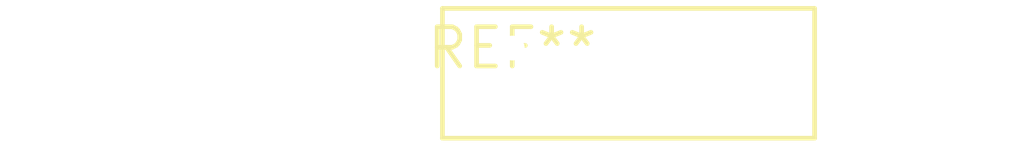
<source format=kicad_pcb>
(kicad_pcb (version 20240108) (generator pcbnew)
  (layers (0 "F.Cu" signal) (31 "B.Cu" signal) (34 "B.Paste" user) (35 "F.Paste" user) (36 "B.SilkS" user "B.Silkscreen") (37 "F.SilkS" user "F.Silkscreen") (38 "B.Mask" user) (39 "F.Mask" user) (44 "Edge.Cuts" user))
  (net 0 "")
  (footprint "RV_Disc_D12mm_W4.2mm_P7.5mm" (layer "F.Cu") (at 0 0)
    (property "Reference" "REF**")
    (property "Value" "RV_Disc_D12mm_W4.2mm_P7.5mm")
    (fp_line (start -2.25 -1.28333) (end -2.25 2.91667) (layer "F.SilkS") (stroke (width 0.15)))
    (fp_line (start -2.25 -1.28333) (end 9.75 -1.28333) (layer "F.SilkS") (stroke (width 0.15)))
    (fp_line (start -2.25 2.91667) (end 9.75 2.91667) (layer "F.SilkS") (stroke (width 0.15)))
    (fp_line (start 9.75 -1.28333) (end 9.75 2.91667) (layer "F.SilkS") (stroke (width 0.15)))
    (pad "1" thru_hole circle (at 0 0) (size 1.8 1.8) (drill 0.8) (layers *.Cu *.Mask) (remove_unused_layers))
    (pad "2" thru_hole circle (at 7.5 1.63333) (size 1.8 1.8) (drill 0.8) (layers *.Cu *.Mask) (remove_unused_layers))
  )
)
</source>
